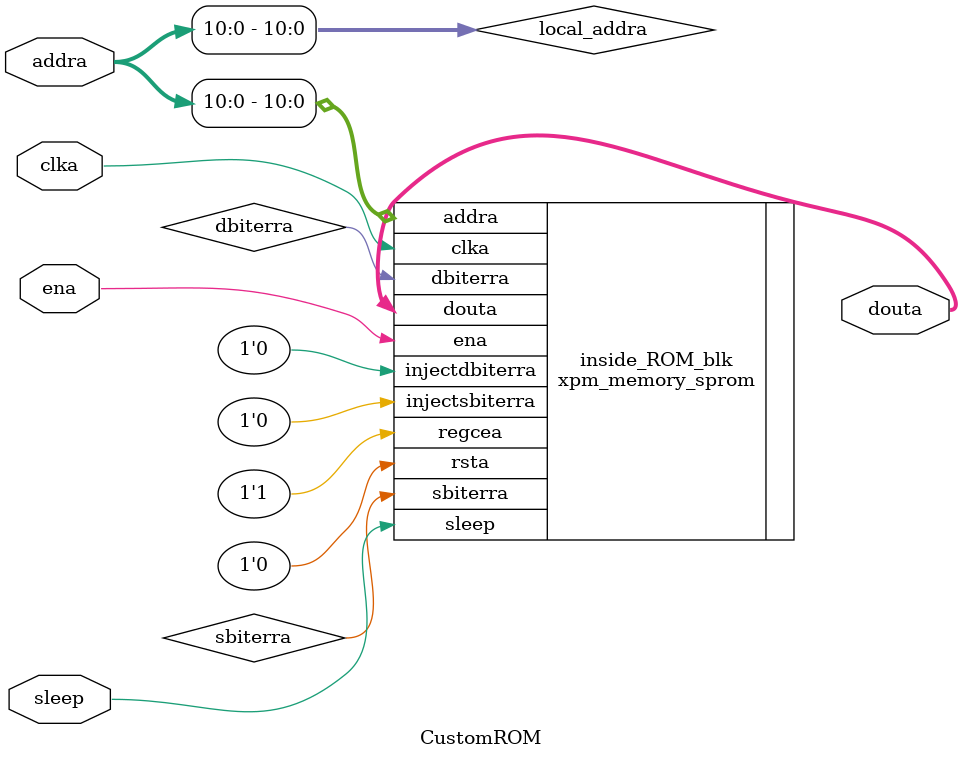
<source format=sv>
`timescale 1ns / 1ps


module CustomROM
    #(
    parameter LEN = 2048,
    parameter DATA_WIDTH = 8,
    parameter init_file_name = "rom_xd.mem",
    parameter LATENCY = 2)
    (
    input sleep,
    
    input clka,
    input ena,
    input [31:0] addra,
    output [DATA_WIDTH-1:0] douta
    );
localparam ADDR_WIDTH = $clog2(LEN);


wire sbiterra,dbiterra;
wire [ADDR_WIDTH-1:0] local_addra = addra[ADDR_WIDTH-1:0];

xpm_memory_sprom #(
      .ADDR_WIDTH_A(ADDR_WIDTH),              // DECIMAL
      .AUTO_SLEEP_TIME(2),           // DECIMAL
      .CASCADE_HEIGHT(0),            // DECIMAL
      .ECC_MODE("no_ecc"),           // String
      .MEMORY_INIT_FILE(init_file_name),     // String
      .MEMORY_INIT_PARAM(""),       // String
      .MEMORY_OPTIMIZATION("true"),  // String
      .MEMORY_PRIMITIVE("auto"),     // String
      .MEMORY_SIZE(DATA_WIDTH*LEN),            // DECIMAL
      .MESSAGE_CONTROL(0),           // DECIMAL
      .READ_DATA_WIDTH_A(DATA_WIDTH),        // DECIMAL
      .READ_LATENCY_A(LATENCY),            // DECIMAL
      .READ_RESET_VALUE_A("0"),      // String
      .RST_MODE_A("SYNC"),           // String
      .SIM_ASSERT_CHK(0),            // DECIMAL; 0=disable simulation messages, 1=enable simulation messages
      .USE_MEM_INIT(1),              // DECIMAL
      .WAKEUP_TIME("use_sleep_pin")  // String
   )
   inside_ROM_blk (
      .dbiterra(dbiterra),             // 1-bit output: Leave open.
      .douta(douta),                   // READ_DATA_WIDTH_A-bit output: Data output for port A read operations.
      .sbiterra(sbiterra),             // 1-bit output: Leave open.
      .addra(local_addra),                   // ADDR_WIDTH_A-bit input: Address for port A read operations.
      .clka(clka),                     // 1-bit input: Clock signal for port A.
      .ena(ena),                       // 1-bit input: Memory enable signal for port A. Must be high on clock
                                       // cycles when read operations are initiated. Pipelined internally.

      .injectdbiterra(1'b0), // 1-bit input: Do not change from the provided value.
      .injectsbiterra(1'b0), // 1-bit input: Do not change from the provided value.
      .regcea(1'b1),                 // 1-bit input: Do not change from the provided value.
      .rsta(1'b0),                     // 1-bit input: Reset signal for the final port A output register stage.
                                       // Synchronously resets output port douta to the value specified by
                                       // parameter READ_RESET_VALUE_A.

      .sleep(sleep)                    // 1-bit input: sleep signal to enable the dynamic power saving feature.
   );
   
endmodule
</source>
